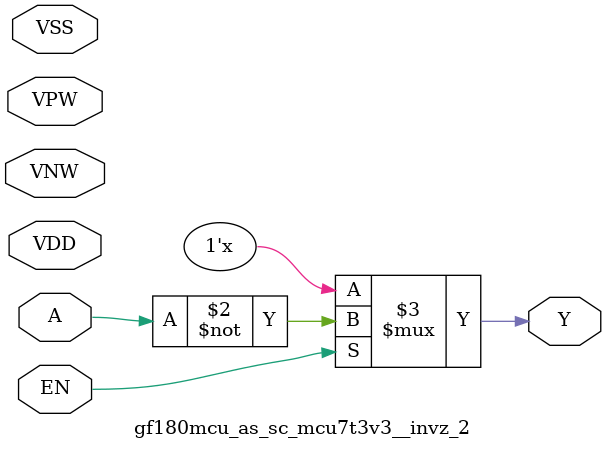
<source format=v>
module gf180mcu_as_sc_mcu7t3v3__invz_2(
        input VPW,
        input VNW,
        input VDD,
        input VSS,

        input A,
        input EN,
        output Y
);

assign Y = (EN == 1'b1) ? ~A : 1'bz;

endmodule


</source>
